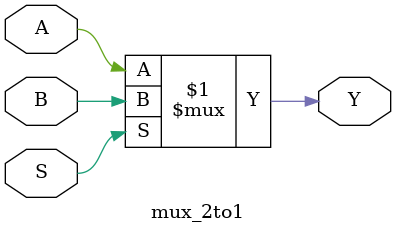
<source format=v>
`timescale 1ns / 1ps


module mux_2to1 (
    input A, B,  // 2 Inputs
    input S,     // Select line
    output Y     // Output
);
    assign Y = S ? B : A;
endmodule

</source>
